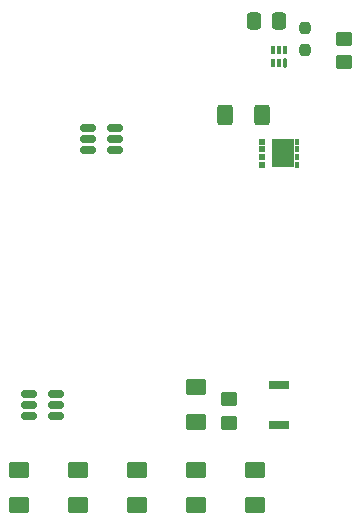
<source format=gbr>
%TF.GenerationSoftware,KiCad,Pcbnew,9.0.0*%
%TF.CreationDate,2026-01-14T01:15:15+05:30*%
%TF.ProjectId,PortablePower,506f7274-6162-46c6-9550-6f7765722e6b,rev?*%
%TF.SameCoordinates,Original*%
%TF.FileFunction,Paste,Bot*%
%TF.FilePolarity,Positive*%
%FSLAX46Y46*%
G04 Gerber Fmt 4.6, Leading zero omitted, Abs format (unit mm)*
G04 Created by KiCad (PCBNEW 9.0.0) date 2026-01-14 01:15:15*
%MOMM*%
%LPD*%
G01*
G04 APERTURE LIST*
G04 Aperture macros list*
%AMRoundRect*
0 Rectangle with rounded corners*
0 $1 Rounding radius*
0 $2 $3 $4 $5 $6 $7 $8 $9 X,Y pos of 4 corners*
0 Add a 4 corners polygon primitive as box body*
4,1,4,$2,$3,$4,$5,$6,$7,$8,$9,$2,$3,0*
0 Add four circle primitives for the rounded corners*
1,1,$1+$1,$2,$3*
1,1,$1+$1,$4,$5*
1,1,$1+$1,$6,$7*
1,1,$1+$1,$8,$9*
0 Add four rect primitives between the rounded corners*
20,1,$1+$1,$2,$3,$4,$5,0*
20,1,$1+$1,$4,$5,$6,$7,0*
20,1,$1+$1,$6,$7,$8,$9,0*
20,1,$1+$1,$8,$9,$2,$3,0*%
G04 Aperture macros list end*
%ADD10R,1.900000X2.450000*%
%ADD11R,0.410000X0.500000*%
%ADD12R,0.630000X0.500000*%
%ADD13RoundRect,0.250000X0.450000X-0.350000X0.450000X0.350000X-0.450000X0.350000X-0.450000X-0.350000X0*%
%ADD14RoundRect,0.250001X-0.624999X0.462499X-0.624999X-0.462499X0.624999X-0.462499X0.624999X0.462499X0*%
%ADD15RoundRect,0.150000X-0.512500X-0.150000X0.512500X-0.150000X0.512500X0.150000X-0.512500X0.150000X0*%
%ADD16RoundRect,0.250001X0.624999X-0.462499X0.624999X0.462499X-0.624999X0.462499X-0.624999X-0.462499X0*%
%ADD17RoundRect,0.250000X0.337500X0.475000X-0.337500X0.475000X-0.337500X-0.475000X0.337500X-0.475000X0*%
%ADD18RoundRect,0.070000X0.070000X0.355000X-0.070000X0.355000X-0.070000X-0.355000X0.070000X-0.355000X0*%
%ADD19RoundRect,0.070000X0.070000X0.305000X-0.070000X0.305000X-0.070000X-0.305000X0.070000X-0.305000X0*%
%ADD20R,1.700000X0.800000*%
%ADD21RoundRect,0.237500X0.237500X-0.250000X0.237500X0.250000X-0.237500X0.250000X-0.237500X-0.250000X0*%
%ADD22RoundRect,0.250000X0.400000X0.625000X-0.400000X0.625000X-0.400000X-0.625000X0.400000X-0.625000X0*%
G04 APERTURE END LIST*
D10*
%TO.C,Q3*%
X150390000Y-99700000D03*
D11*
X151545000Y-100675000D03*
X151545000Y-100025000D03*
X151545000Y-99375000D03*
X151545000Y-98725000D03*
D12*
X148565000Y-98725000D03*
X148565000Y-99375000D03*
X148565000Y-100025000D03*
X148565000Y-100675000D03*
%TD*%
D13*
%TO.C,R4*%
X145750000Y-122500000D03*
X145750000Y-120500000D03*
%TD*%
D14*
%TO.C,D3*%
X133000000Y-126512500D03*
X133000000Y-129487500D03*
%TD*%
D15*
%TO.C,U1*%
X128862500Y-121950000D03*
X128862500Y-121000000D03*
X128862500Y-120050000D03*
X131137500Y-120050000D03*
X131137500Y-121000000D03*
X131137500Y-121950000D03*
%TD*%
D16*
%TO.C,D6*%
X148000000Y-129487500D03*
X148000000Y-126512500D03*
%TD*%
%TO.C,D2*%
X128000000Y-129487500D03*
X128000000Y-126512500D03*
%TD*%
D13*
%TO.C,R6*%
X155500000Y-92000000D03*
X155500000Y-90000000D03*
%TD*%
D17*
%TO.C,C12*%
X150000000Y-88500000D03*
X147925000Y-88500000D03*
%TD*%
D16*
%TO.C,D4*%
X138000000Y-129487500D03*
X138000000Y-126512500D03*
%TD*%
D18*
%TO.C,U3*%
X150500000Y-92025000D03*
D19*
X150000000Y-92075000D03*
X149500000Y-92075000D03*
X149500000Y-90925000D03*
X150000000Y-90925000D03*
X150500000Y-90925000D03*
%TD*%
D20*
%TO.C,S1*%
X150000000Y-119300000D03*
X150000000Y-122700000D03*
%TD*%
D15*
%TO.C,U2*%
X133862500Y-99450000D03*
X133862500Y-98500000D03*
X133862500Y-97550000D03*
X136137500Y-97550000D03*
X136137500Y-98500000D03*
X136137500Y-99450000D03*
%TD*%
D14*
%TO.C,D5*%
X143000000Y-126512500D03*
X143000000Y-129487500D03*
%TD*%
D21*
%TO.C,R7*%
X152250000Y-90925000D03*
X152250000Y-89100000D03*
%TD*%
D14*
%TO.C,D1*%
X143000000Y-119512500D03*
X143000000Y-122487500D03*
%TD*%
D22*
%TO.C,R9*%
X148550000Y-96500000D03*
X145450000Y-96500000D03*
%TD*%
M02*

</source>
